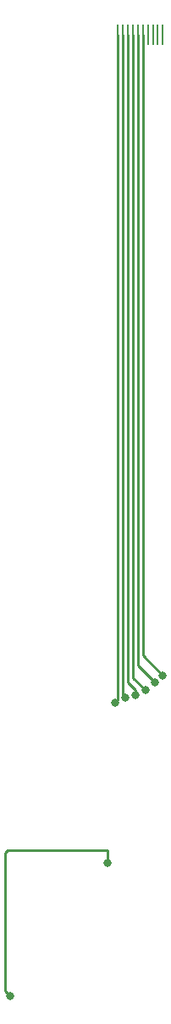
<source format=gbr>
%TF.GenerationSoftware,KiCad,Pcbnew,7.0.5*%
%TF.CreationDate,2023-07-18T08:52:37+01:00*%
%TF.ProjectId,rbuttons,72627574-746f-46e7-932e-6b696361645f,rev?*%
%TF.SameCoordinates,Original*%
%TF.FileFunction,Copper,L1,Top*%
%TF.FilePolarity,Positive*%
%FSLAX46Y46*%
G04 Gerber Fmt 4.6, Leading zero omitted, Abs format (unit mm)*
G04 Created by KiCad (PCBNEW 7.0.5) date 2023-07-18 08:52:37*
%MOMM*%
%LPD*%
G01*
G04 APERTURE LIST*
%TA.AperFunction,SMDPad,CuDef*%
%ADD10R,0.250000X2.000000*%
%TD*%
%TA.AperFunction,ViaPad*%
%ADD11C,0.800000*%
%TD*%
%TA.AperFunction,Conductor*%
%ADD12C,0.250000*%
%TD*%
G04 APERTURE END LIST*
D10*
%TO.P,C3,1,1*%
%TO.N,/Square*%
X112000000Y-24500000D03*
%TO.P,C3,2,2*%
%TO.N,/R1*%
X112500000Y-24500000D03*
%TO.P,C3,3,3*%
%TO.N,/Triangle*%
X113000000Y-24500000D03*
%TO.P,C3,4,4*%
%TO.N,/Circle*%
X113500000Y-24500000D03*
%TO.P,C3,5,5*%
%TO.N,/cross*%
X114000000Y-24500000D03*
%TO.P,C3,6,6*%
%TO.N,/gnd*%
X114500000Y-24500000D03*
%TO.P,C3,7,7*%
%TO.N,unconnected-(C3-Pad7)*%
X115000000Y-24500000D03*
%TO.P,C3,8,8*%
%TO.N,unconnected-(C3-Pad8)*%
X115500000Y-24500000D03*
%TO.P,C3,9,9*%
%TO.N,unconnected-(C3-Pad9)*%
X116000000Y-24500000D03*
%TO.P,C3,10,10*%
%TO.N,unconnected-(C3-Pad10)*%
X116500000Y-24500000D03*
%TD*%
D11*
%TO.N,/Square*%
X111750000Y-91250000D03*
%TO.N,/R1*%
X112750000Y-90750000D03*
%TO.N,/Triangle*%
X113750000Y-90500000D03*
%TO.N,/Circle*%
X101250000Y-120500000D03*
X111000000Y-107250000D03*
X114750000Y-90000000D03*
%TO.N,/cross*%
X115750000Y-89250000D03*
%TO.N,/gnd*%
X116500000Y-88500000D03*
%TD*%
D12*
%TO.N,/Square*%
X112000000Y-91000000D02*
X112000000Y-24500000D01*
X111750000Y-91250000D02*
X112000000Y-91000000D01*
%TO.N,/R1*%
X112500000Y-90500000D02*
X112500000Y-24500000D01*
X112750000Y-90750000D02*
X112500000Y-90500000D01*
%TO.N,/Triangle*%
X113000000Y-89250000D02*
X113000000Y-24500000D01*
X113750000Y-90500000D02*
X113750000Y-90000000D01*
X113750000Y-90000000D02*
X113000000Y-89250000D01*
%TO.N,/Circle*%
X100750000Y-106250000D02*
X100750000Y-120000000D01*
X111000000Y-107250000D02*
X111000000Y-106000000D01*
X111000000Y-106000000D02*
X101000000Y-106000000D01*
X100750000Y-120000000D02*
X101250000Y-120500000D01*
X113500000Y-88750000D02*
X113500000Y-24500000D01*
X114750000Y-90000000D02*
X113500000Y-88750000D01*
X101000000Y-106000000D02*
X100750000Y-106250000D01*
%TO.N,/cross*%
X115750000Y-89250000D02*
X114000000Y-87500000D01*
X114000000Y-87500000D02*
X114000000Y-24500000D01*
%TO.N,/gnd*%
X114500000Y-86500000D02*
X114500000Y-24500000D01*
X116500000Y-88500000D02*
X114500000Y-86500000D01*
%TD*%
M02*

</source>
